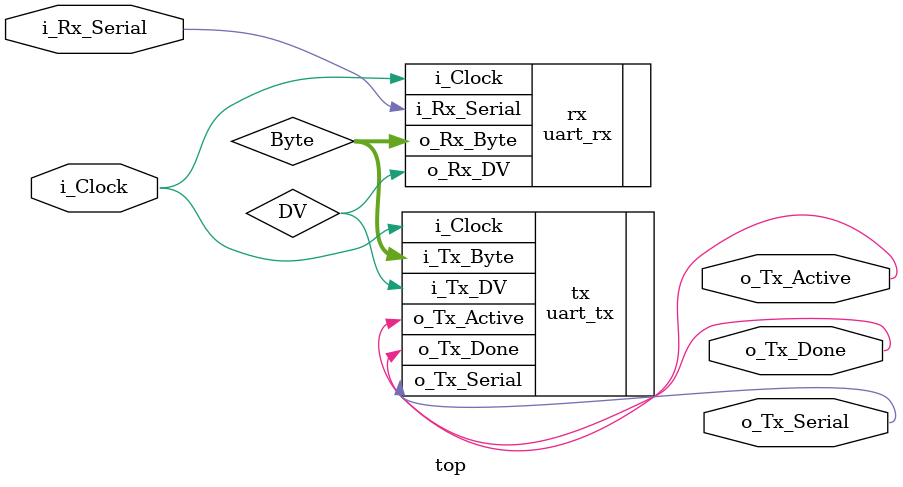
<source format=v>
`timescale 1ns / 1ps

module top(i_Clock, i_Rx_Serial, o_Tx_Active, o_Tx_Serial, o_Tx_Done);
	input i_Clock;
	input i_Rx_Serial;
	reg DV;
	reg [7:0] Byte;
	output o_Tx_Active;
	output reg o_Tx_Serial;
	output o_Tx_Done;
	
	uart_rx rx(
		.i_Clock(i_Clock),
		.i_Rx_Serial(i_Rx_Serial),
		.o_Rx_DV(DV),
		.o_Rx_Byte(Byte));
	uart_tx tx(
		.i_Clock(i_Clock),
		.i_Tx_DV(DV),
		.i_Tx_Byte(Byte),
		.o_Tx_Active(o_Tx_Active),
		.o_Tx_Serial(o_Tx_Serial),
		.o_Tx_Done(o_Tx_Done)
   );

endmodule
</source>
